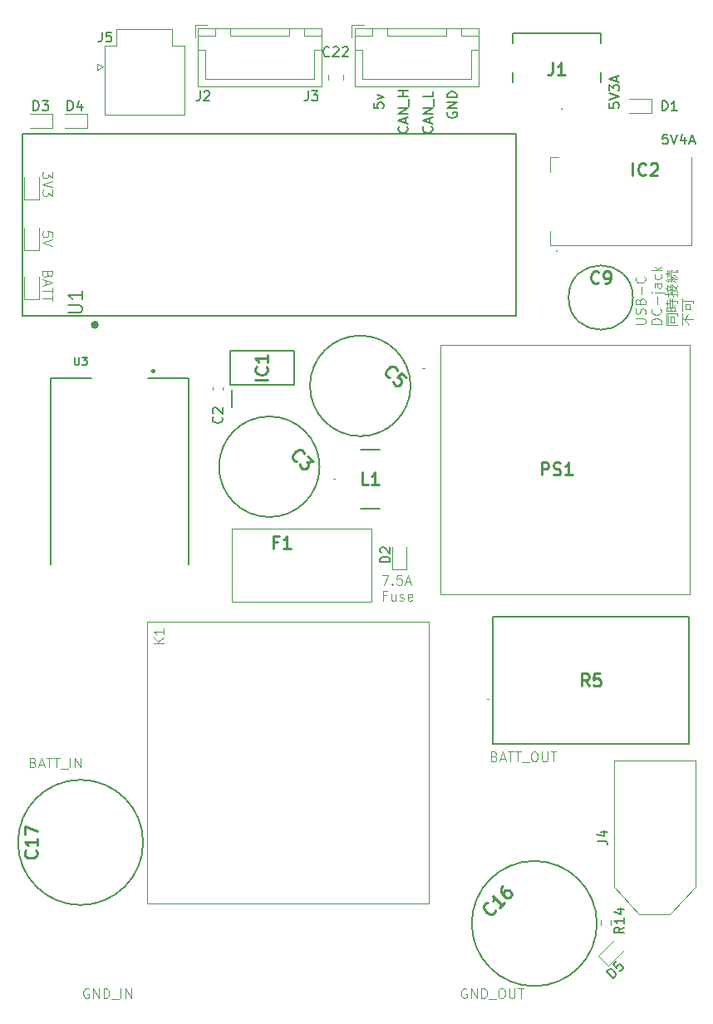
<source format=gto>
%TF.GenerationSoftware,KiCad,Pcbnew,8.0.4*%
%TF.CreationDate,2024-08-27T22:08:08+09:00*%
%TF.ProjectId,power_board2,706f7765-725f-4626-9f61-7264322e6b69,rev?*%
%TF.SameCoordinates,PX3473bc0PYa8cce40*%
%TF.FileFunction,Legend,Top*%
%TF.FilePolarity,Positive*%
%FSLAX46Y46*%
G04 Gerber Fmt 4.6, Leading zero omitted, Abs format (unit mm)*
G04 Created by KiCad (PCBNEW 8.0.4) date 2024-08-27 22:08:08*
%MOMM*%
%LPD*%
G01*
G04 APERTURE LIST*
%ADD10C,0.150000*%
%ADD11C,0.100000*%
%ADD12C,0.254000*%
%ADD13C,0.120000*%
%ADD14C,0.200000*%
%ADD15C,0.127000*%
%ADD16C,0.400000*%
%ADD17C,0.240000*%
G04 APERTURE END LIST*
D10*
X36369819Y91812970D02*
X36369819Y91336780D01*
X36369819Y91336780D02*
X36846009Y91289161D01*
X36846009Y91289161D02*
X36798390Y91336780D01*
X36798390Y91336780D02*
X36750771Y91432018D01*
X36750771Y91432018D02*
X36750771Y91670113D01*
X36750771Y91670113D02*
X36798390Y91765351D01*
X36798390Y91765351D02*
X36846009Y91812970D01*
X36846009Y91812970D02*
X36941247Y91860589D01*
X36941247Y91860589D02*
X37179342Y91860589D01*
X37179342Y91860589D02*
X37274580Y91812970D01*
X37274580Y91812970D02*
X37322200Y91765351D01*
X37322200Y91765351D02*
X37369819Y91670113D01*
X37369819Y91670113D02*
X37369819Y91432018D01*
X37369819Y91432018D02*
X37322200Y91336780D01*
X37322200Y91336780D02*
X37274580Y91289161D01*
X36703152Y92193923D02*
X37369819Y92432018D01*
X37369819Y92432018D02*
X36703152Y92670113D01*
X42274580Y89408208D02*
X42322200Y89360589D01*
X42322200Y89360589D02*
X42369819Y89217732D01*
X42369819Y89217732D02*
X42369819Y89122494D01*
X42369819Y89122494D02*
X42322200Y88979637D01*
X42322200Y88979637D02*
X42226961Y88884399D01*
X42226961Y88884399D02*
X42131723Y88836780D01*
X42131723Y88836780D02*
X41941247Y88789161D01*
X41941247Y88789161D02*
X41798390Y88789161D01*
X41798390Y88789161D02*
X41607914Y88836780D01*
X41607914Y88836780D02*
X41512676Y88884399D01*
X41512676Y88884399D02*
X41417438Y88979637D01*
X41417438Y88979637D02*
X41369819Y89122494D01*
X41369819Y89122494D02*
X41369819Y89217732D01*
X41369819Y89217732D02*
X41417438Y89360589D01*
X41417438Y89360589D02*
X41465057Y89408208D01*
X42084104Y89789161D02*
X42084104Y90265351D01*
X42369819Y89693923D02*
X41369819Y90027256D01*
X41369819Y90027256D02*
X42369819Y90360589D01*
X42369819Y90693923D02*
X41369819Y90693923D01*
X41369819Y90693923D02*
X42369819Y91265351D01*
X42369819Y91265351D02*
X41369819Y91265351D01*
X42465057Y91503446D02*
X42465057Y92265351D01*
X42369819Y92979637D02*
X42369819Y92503447D01*
X42369819Y92503447D02*
X41369819Y92503447D01*
D11*
X3627580Y84791354D02*
X3627580Y84172307D01*
X3627580Y84172307D02*
X3246628Y84505640D01*
X3246628Y84505640D02*
X3246628Y84362783D01*
X3246628Y84362783D02*
X3199009Y84267545D01*
X3199009Y84267545D02*
X3151390Y84219926D01*
X3151390Y84219926D02*
X3056152Y84172307D01*
X3056152Y84172307D02*
X2818057Y84172307D01*
X2818057Y84172307D02*
X2722819Y84219926D01*
X2722819Y84219926D02*
X2675200Y84267545D01*
X2675200Y84267545D02*
X2627580Y84362783D01*
X2627580Y84362783D02*
X2627580Y84648497D01*
X2627580Y84648497D02*
X2675200Y84743735D01*
X2675200Y84743735D02*
X2722819Y84791354D01*
X3627580Y83886592D02*
X2627580Y83553259D01*
X2627580Y83553259D02*
X3627580Y83219926D01*
X3627580Y82981830D02*
X3627580Y82362783D01*
X3627580Y82362783D02*
X3246628Y82696116D01*
X3246628Y82696116D02*
X3246628Y82553259D01*
X3246628Y82553259D02*
X3199009Y82458021D01*
X3199009Y82458021D02*
X3151390Y82410402D01*
X3151390Y82410402D02*
X3056152Y82362783D01*
X3056152Y82362783D02*
X2818057Y82362783D01*
X2818057Y82362783D02*
X2722819Y82410402D01*
X2722819Y82410402D02*
X2675200Y82458021D01*
X2675200Y82458021D02*
X2627580Y82553259D01*
X2627580Y82553259D02*
X2627580Y82838973D01*
X2627580Y82838973D02*
X2675200Y82934211D01*
X2675200Y82934211D02*
X2722819Y82981830D01*
D10*
X39774580Y89408208D02*
X39822200Y89360589D01*
X39822200Y89360589D02*
X39869819Y89217732D01*
X39869819Y89217732D02*
X39869819Y89122494D01*
X39869819Y89122494D02*
X39822200Y88979637D01*
X39822200Y88979637D02*
X39726961Y88884399D01*
X39726961Y88884399D02*
X39631723Y88836780D01*
X39631723Y88836780D02*
X39441247Y88789161D01*
X39441247Y88789161D02*
X39298390Y88789161D01*
X39298390Y88789161D02*
X39107914Y88836780D01*
X39107914Y88836780D02*
X39012676Y88884399D01*
X39012676Y88884399D02*
X38917438Y88979637D01*
X38917438Y88979637D02*
X38869819Y89122494D01*
X38869819Y89122494D02*
X38869819Y89217732D01*
X38869819Y89217732D02*
X38917438Y89360589D01*
X38917438Y89360589D02*
X38965057Y89408208D01*
X39584104Y89789161D02*
X39584104Y90265351D01*
X39869819Y89693923D02*
X38869819Y90027256D01*
X38869819Y90027256D02*
X39869819Y90360589D01*
X39869819Y90693923D02*
X38869819Y90693923D01*
X38869819Y90693923D02*
X39869819Y91265351D01*
X39869819Y91265351D02*
X38869819Y91265351D01*
X39965057Y91503446D02*
X39965057Y92265351D01*
X39869819Y92503447D02*
X38869819Y92503447D01*
X39346009Y92503447D02*
X39346009Y93074875D01*
X39869819Y93074875D02*
X38869819Y93074875D01*
D11*
X37208646Y43737525D02*
X37875312Y43737525D01*
X37875312Y43737525D02*
X37446741Y42737525D01*
X38256265Y42832764D02*
X38303884Y42785144D01*
X38303884Y42785144D02*
X38256265Y42737525D01*
X38256265Y42737525D02*
X38208646Y42785144D01*
X38208646Y42785144D02*
X38256265Y42832764D01*
X38256265Y42832764D02*
X38256265Y42737525D01*
X39208645Y43737525D02*
X38732455Y43737525D01*
X38732455Y43737525D02*
X38684836Y43261335D01*
X38684836Y43261335D02*
X38732455Y43308954D01*
X38732455Y43308954D02*
X38827693Y43356573D01*
X38827693Y43356573D02*
X39065788Y43356573D01*
X39065788Y43356573D02*
X39161026Y43308954D01*
X39161026Y43308954D02*
X39208645Y43261335D01*
X39208645Y43261335D02*
X39256264Y43166097D01*
X39256264Y43166097D02*
X39256264Y42928002D01*
X39256264Y42928002D02*
X39208645Y42832764D01*
X39208645Y42832764D02*
X39161026Y42785144D01*
X39161026Y42785144D02*
X39065788Y42737525D01*
X39065788Y42737525D02*
X38827693Y42737525D01*
X38827693Y42737525D02*
X38732455Y42785144D01*
X38732455Y42785144D02*
X38684836Y42832764D01*
X39637217Y43023240D02*
X40113407Y43023240D01*
X39541979Y42737525D02*
X39875312Y43737525D01*
X39875312Y43737525D02*
X40208645Y42737525D01*
X37637217Y41651391D02*
X37303884Y41651391D01*
X37303884Y41127581D02*
X37303884Y42127581D01*
X37303884Y42127581D02*
X37780074Y42127581D01*
X38589598Y41794248D02*
X38589598Y41127581D01*
X38161027Y41794248D02*
X38161027Y41270439D01*
X38161027Y41270439D02*
X38208646Y41175200D01*
X38208646Y41175200D02*
X38303884Y41127581D01*
X38303884Y41127581D02*
X38446741Y41127581D01*
X38446741Y41127581D02*
X38541979Y41175200D01*
X38541979Y41175200D02*
X38589598Y41222820D01*
X39018170Y41175200D02*
X39113408Y41127581D01*
X39113408Y41127581D02*
X39303884Y41127581D01*
X39303884Y41127581D02*
X39399122Y41175200D01*
X39399122Y41175200D02*
X39446741Y41270439D01*
X39446741Y41270439D02*
X39446741Y41318058D01*
X39446741Y41318058D02*
X39399122Y41413296D01*
X39399122Y41413296D02*
X39303884Y41460915D01*
X39303884Y41460915D02*
X39161027Y41460915D01*
X39161027Y41460915D02*
X39065789Y41508534D01*
X39065789Y41508534D02*
X39018170Y41603772D01*
X39018170Y41603772D02*
X39018170Y41651391D01*
X39018170Y41651391D02*
X39065789Y41746629D01*
X39065789Y41746629D02*
X39161027Y41794248D01*
X39161027Y41794248D02*
X39303884Y41794248D01*
X39303884Y41794248D02*
X39399122Y41746629D01*
X40256265Y41175200D02*
X40161027Y41127581D01*
X40161027Y41127581D02*
X39970551Y41127581D01*
X39970551Y41127581D02*
X39875313Y41175200D01*
X39875313Y41175200D02*
X39827694Y41270439D01*
X39827694Y41270439D02*
X39827694Y41651391D01*
X39827694Y41651391D02*
X39875313Y41746629D01*
X39875313Y41746629D02*
X39970551Y41794248D01*
X39970551Y41794248D02*
X40161027Y41794248D01*
X40161027Y41794248D02*
X40256265Y41746629D01*
X40256265Y41746629D02*
X40303884Y41651391D01*
X40303884Y41651391D02*
X40303884Y41556153D01*
X40303884Y41556153D02*
X39827694Y41460915D01*
X45827693Y1579962D02*
X45732455Y1627581D01*
X45732455Y1627581D02*
X45589598Y1627581D01*
X45589598Y1627581D02*
X45446741Y1579962D01*
X45446741Y1579962D02*
X45351503Y1484724D01*
X45351503Y1484724D02*
X45303884Y1389486D01*
X45303884Y1389486D02*
X45256265Y1199010D01*
X45256265Y1199010D02*
X45256265Y1056153D01*
X45256265Y1056153D02*
X45303884Y865677D01*
X45303884Y865677D02*
X45351503Y770439D01*
X45351503Y770439D02*
X45446741Y675200D01*
X45446741Y675200D02*
X45589598Y627581D01*
X45589598Y627581D02*
X45684836Y627581D01*
X45684836Y627581D02*
X45827693Y675200D01*
X45827693Y675200D02*
X45875312Y722820D01*
X45875312Y722820D02*
X45875312Y1056153D01*
X45875312Y1056153D02*
X45684836Y1056153D01*
X46303884Y627581D02*
X46303884Y1627581D01*
X46303884Y1627581D02*
X46875312Y627581D01*
X46875312Y627581D02*
X46875312Y1627581D01*
X47351503Y627581D02*
X47351503Y1627581D01*
X47351503Y1627581D02*
X47589598Y1627581D01*
X47589598Y1627581D02*
X47732455Y1579962D01*
X47732455Y1579962D02*
X47827693Y1484724D01*
X47827693Y1484724D02*
X47875312Y1389486D01*
X47875312Y1389486D02*
X47922931Y1199010D01*
X47922931Y1199010D02*
X47922931Y1056153D01*
X47922931Y1056153D02*
X47875312Y865677D01*
X47875312Y865677D02*
X47827693Y770439D01*
X47827693Y770439D02*
X47732455Y675200D01*
X47732455Y675200D02*
X47589598Y627581D01*
X47589598Y627581D02*
X47351503Y627581D01*
X48113408Y532343D02*
X48875312Y532343D01*
X49303884Y1627581D02*
X49494360Y1627581D01*
X49494360Y1627581D02*
X49589598Y1579962D01*
X49589598Y1579962D02*
X49684836Y1484724D01*
X49684836Y1484724D02*
X49732455Y1294248D01*
X49732455Y1294248D02*
X49732455Y960915D01*
X49732455Y960915D02*
X49684836Y770439D01*
X49684836Y770439D02*
X49589598Y675200D01*
X49589598Y675200D02*
X49494360Y627581D01*
X49494360Y627581D02*
X49303884Y627581D01*
X49303884Y627581D02*
X49208646Y675200D01*
X49208646Y675200D02*
X49113408Y770439D01*
X49113408Y770439D02*
X49065789Y960915D01*
X49065789Y960915D02*
X49065789Y1294248D01*
X49065789Y1294248D02*
X49113408Y1484724D01*
X49113408Y1484724D02*
X49208646Y1579962D01*
X49208646Y1579962D02*
X49303884Y1627581D01*
X50161027Y1627581D02*
X50161027Y818058D01*
X50161027Y818058D02*
X50208646Y722820D01*
X50208646Y722820D02*
X50256265Y675200D01*
X50256265Y675200D02*
X50351503Y627581D01*
X50351503Y627581D02*
X50541979Y627581D01*
X50541979Y627581D02*
X50637217Y675200D01*
X50637217Y675200D02*
X50684836Y722820D01*
X50684836Y722820D02*
X50732455Y818058D01*
X50732455Y818058D02*
X50732455Y1627581D01*
X51065789Y1627581D02*
X51637217Y1627581D01*
X51351503Y627581D02*
X51351503Y1627581D01*
X1637217Y24651391D02*
X1780074Y24603772D01*
X1780074Y24603772D02*
X1827693Y24556153D01*
X1827693Y24556153D02*
X1875312Y24460915D01*
X1875312Y24460915D02*
X1875312Y24318058D01*
X1875312Y24318058D02*
X1827693Y24222820D01*
X1827693Y24222820D02*
X1780074Y24175200D01*
X1780074Y24175200D02*
X1684836Y24127581D01*
X1684836Y24127581D02*
X1303884Y24127581D01*
X1303884Y24127581D02*
X1303884Y25127581D01*
X1303884Y25127581D02*
X1637217Y25127581D01*
X1637217Y25127581D02*
X1732455Y25079962D01*
X1732455Y25079962D02*
X1780074Y25032343D01*
X1780074Y25032343D02*
X1827693Y24937105D01*
X1827693Y24937105D02*
X1827693Y24841867D01*
X1827693Y24841867D02*
X1780074Y24746629D01*
X1780074Y24746629D02*
X1732455Y24699010D01*
X1732455Y24699010D02*
X1637217Y24651391D01*
X1637217Y24651391D02*
X1303884Y24651391D01*
X2256265Y24413296D02*
X2732455Y24413296D01*
X2161027Y24127581D02*
X2494360Y25127581D01*
X2494360Y25127581D02*
X2827693Y24127581D01*
X3018170Y25127581D02*
X3589598Y25127581D01*
X3303884Y24127581D02*
X3303884Y25127581D01*
X3780075Y25127581D02*
X4351503Y25127581D01*
X4065789Y24127581D02*
X4065789Y25127581D01*
X4446742Y24032343D02*
X5208646Y24032343D01*
X5446742Y24127581D02*
X5446742Y25127581D01*
X5922932Y24127581D02*
X5922932Y25127581D01*
X5922932Y25127581D02*
X6494360Y24127581D01*
X6494360Y24127581D02*
X6494360Y25127581D01*
X48637217Y25261335D02*
X48780074Y25213716D01*
X48780074Y25213716D02*
X48827693Y25166097D01*
X48827693Y25166097D02*
X48875312Y25070859D01*
X48875312Y25070859D02*
X48875312Y24928002D01*
X48875312Y24928002D02*
X48827693Y24832764D01*
X48827693Y24832764D02*
X48780074Y24785144D01*
X48780074Y24785144D02*
X48684836Y24737525D01*
X48684836Y24737525D02*
X48303884Y24737525D01*
X48303884Y24737525D02*
X48303884Y25737525D01*
X48303884Y25737525D02*
X48637217Y25737525D01*
X48637217Y25737525D02*
X48732455Y25689906D01*
X48732455Y25689906D02*
X48780074Y25642287D01*
X48780074Y25642287D02*
X48827693Y25547049D01*
X48827693Y25547049D02*
X48827693Y25451811D01*
X48827693Y25451811D02*
X48780074Y25356573D01*
X48780074Y25356573D02*
X48732455Y25308954D01*
X48732455Y25308954D02*
X48637217Y25261335D01*
X48637217Y25261335D02*
X48303884Y25261335D01*
X49256265Y25023240D02*
X49732455Y25023240D01*
X49161027Y24737525D02*
X49494360Y25737525D01*
X49494360Y25737525D02*
X49827693Y24737525D01*
X50018170Y25737525D02*
X50589598Y25737525D01*
X50303884Y24737525D02*
X50303884Y25737525D01*
X50780075Y25737525D02*
X51351503Y25737525D01*
X51065789Y24737525D02*
X51065789Y25737525D01*
X51446742Y24642287D02*
X52208646Y24642287D01*
X52637218Y25737525D02*
X52827694Y25737525D01*
X52827694Y25737525D02*
X52922932Y25689906D01*
X52922932Y25689906D02*
X53018170Y25594668D01*
X53018170Y25594668D02*
X53065789Y25404192D01*
X53065789Y25404192D02*
X53065789Y25070859D01*
X53065789Y25070859D02*
X53018170Y24880383D01*
X53018170Y24880383D02*
X52922932Y24785144D01*
X52922932Y24785144D02*
X52827694Y24737525D01*
X52827694Y24737525D02*
X52637218Y24737525D01*
X52637218Y24737525D02*
X52541980Y24785144D01*
X52541980Y24785144D02*
X52446742Y24880383D01*
X52446742Y24880383D02*
X52399123Y25070859D01*
X52399123Y25070859D02*
X52399123Y25404192D01*
X52399123Y25404192D02*
X52446742Y25594668D01*
X52446742Y25594668D02*
X52541980Y25689906D01*
X52541980Y25689906D02*
X52637218Y25737525D01*
X53494361Y25737525D02*
X53494361Y24928002D01*
X53494361Y24928002D02*
X53541980Y24832764D01*
X53541980Y24832764D02*
X53589599Y24785144D01*
X53589599Y24785144D02*
X53684837Y24737525D01*
X53684837Y24737525D02*
X53875313Y24737525D01*
X53875313Y24737525D02*
X53970551Y24785144D01*
X53970551Y24785144D02*
X54018170Y24832764D01*
X54018170Y24832764D02*
X54065789Y24928002D01*
X54065789Y24928002D02*
X54065789Y25737525D01*
X54399123Y25737525D02*
X54970551Y25737525D01*
X54684837Y24737525D02*
X54684837Y25737525D01*
X63042587Y69303885D02*
X63852110Y69303885D01*
X63852110Y69303885D02*
X63947348Y69351504D01*
X63947348Y69351504D02*
X63994968Y69399123D01*
X63994968Y69399123D02*
X64042587Y69494361D01*
X64042587Y69494361D02*
X64042587Y69684837D01*
X64042587Y69684837D02*
X63994968Y69780075D01*
X63994968Y69780075D02*
X63947348Y69827694D01*
X63947348Y69827694D02*
X63852110Y69875313D01*
X63852110Y69875313D02*
X63042587Y69875313D01*
X63994968Y70303885D02*
X64042587Y70446742D01*
X64042587Y70446742D02*
X64042587Y70684837D01*
X64042587Y70684837D02*
X63994968Y70780075D01*
X63994968Y70780075D02*
X63947348Y70827694D01*
X63947348Y70827694D02*
X63852110Y70875313D01*
X63852110Y70875313D02*
X63756872Y70875313D01*
X63756872Y70875313D02*
X63661634Y70827694D01*
X63661634Y70827694D02*
X63614015Y70780075D01*
X63614015Y70780075D02*
X63566396Y70684837D01*
X63566396Y70684837D02*
X63518777Y70494361D01*
X63518777Y70494361D02*
X63471158Y70399123D01*
X63471158Y70399123D02*
X63423539Y70351504D01*
X63423539Y70351504D02*
X63328301Y70303885D01*
X63328301Y70303885D02*
X63233063Y70303885D01*
X63233063Y70303885D02*
X63137825Y70351504D01*
X63137825Y70351504D02*
X63090206Y70399123D01*
X63090206Y70399123D02*
X63042587Y70494361D01*
X63042587Y70494361D02*
X63042587Y70732456D01*
X63042587Y70732456D02*
X63090206Y70875313D01*
X63518777Y71637218D02*
X63566396Y71780075D01*
X63566396Y71780075D02*
X63614015Y71827694D01*
X63614015Y71827694D02*
X63709253Y71875313D01*
X63709253Y71875313D02*
X63852110Y71875313D01*
X63852110Y71875313D02*
X63947348Y71827694D01*
X63947348Y71827694D02*
X63994968Y71780075D01*
X63994968Y71780075D02*
X64042587Y71684837D01*
X64042587Y71684837D02*
X64042587Y71303885D01*
X64042587Y71303885D02*
X63042587Y71303885D01*
X63042587Y71303885D02*
X63042587Y71637218D01*
X63042587Y71637218D02*
X63090206Y71732456D01*
X63090206Y71732456D02*
X63137825Y71780075D01*
X63137825Y71780075D02*
X63233063Y71827694D01*
X63233063Y71827694D02*
X63328301Y71827694D01*
X63328301Y71827694D02*
X63423539Y71780075D01*
X63423539Y71780075D02*
X63471158Y71732456D01*
X63471158Y71732456D02*
X63518777Y71637218D01*
X63518777Y71637218D02*
X63518777Y71303885D01*
X63661634Y72303885D02*
X63661634Y73065789D01*
X63947348Y74113408D02*
X63994968Y74065789D01*
X63994968Y74065789D02*
X64042587Y73922932D01*
X64042587Y73922932D02*
X64042587Y73827694D01*
X64042587Y73827694D02*
X63994968Y73684837D01*
X63994968Y73684837D02*
X63899729Y73589599D01*
X63899729Y73589599D02*
X63804491Y73541980D01*
X63804491Y73541980D02*
X63614015Y73494361D01*
X63614015Y73494361D02*
X63471158Y73494361D01*
X63471158Y73494361D02*
X63280682Y73541980D01*
X63280682Y73541980D02*
X63185444Y73589599D01*
X63185444Y73589599D02*
X63090206Y73684837D01*
X63090206Y73684837D02*
X63042587Y73827694D01*
X63042587Y73827694D02*
X63042587Y73922932D01*
X63042587Y73922932D02*
X63090206Y74065789D01*
X63090206Y74065789D02*
X63137825Y74113408D01*
X65652531Y69303885D02*
X64652531Y69303885D01*
X64652531Y69303885D02*
X64652531Y69541980D01*
X64652531Y69541980D02*
X64700150Y69684837D01*
X64700150Y69684837D02*
X64795388Y69780075D01*
X64795388Y69780075D02*
X64890626Y69827694D01*
X64890626Y69827694D02*
X65081102Y69875313D01*
X65081102Y69875313D02*
X65223959Y69875313D01*
X65223959Y69875313D02*
X65414435Y69827694D01*
X65414435Y69827694D02*
X65509673Y69780075D01*
X65509673Y69780075D02*
X65604912Y69684837D01*
X65604912Y69684837D02*
X65652531Y69541980D01*
X65652531Y69541980D02*
X65652531Y69303885D01*
X65557292Y70875313D02*
X65604912Y70827694D01*
X65604912Y70827694D02*
X65652531Y70684837D01*
X65652531Y70684837D02*
X65652531Y70589599D01*
X65652531Y70589599D02*
X65604912Y70446742D01*
X65604912Y70446742D02*
X65509673Y70351504D01*
X65509673Y70351504D02*
X65414435Y70303885D01*
X65414435Y70303885D02*
X65223959Y70256266D01*
X65223959Y70256266D02*
X65081102Y70256266D01*
X65081102Y70256266D02*
X64890626Y70303885D01*
X64890626Y70303885D02*
X64795388Y70351504D01*
X64795388Y70351504D02*
X64700150Y70446742D01*
X64700150Y70446742D02*
X64652531Y70589599D01*
X64652531Y70589599D02*
X64652531Y70684837D01*
X64652531Y70684837D02*
X64700150Y70827694D01*
X64700150Y70827694D02*
X64747769Y70875313D01*
X65271578Y71303885D02*
X65271578Y72065789D01*
X64985864Y72541980D02*
X65843007Y72541980D01*
X65843007Y72541980D02*
X65938245Y72494361D01*
X65938245Y72494361D02*
X65985864Y72399123D01*
X65985864Y72399123D02*
X65985864Y72351504D01*
X64652531Y72541980D02*
X64700150Y72494361D01*
X64700150Y72494361D02*
X64747769Y72541980D01*
X64747769Y72541980D02*
X64700150Y72589599D01*
X64700150Y72589599D02*
X64652531Y72541980D01*
X64652531Y72541980D02*
X64747769Y72541980D01*
X65652531Y73446741D02*
X65128721Y73446741D01*
X65128721Y73446741D02*
X65033483Y73399122D01*
X65033483Y73399122D02*
X64985864Y73303884D01*
X64985864Y73303884D02*
X64985864Y73113408D01*
X64985864Y73113408D02*
X65033483Y73018170D01*
X65604912Y73446741D02*
X65652531Y73351503D01*
X65652531Y73351503D02*
X65652531Y73113408D01*
X65652531Y73113408D02*
X65604912Y73018170D01*
X65604912Y73018170D02*
X65509673Y72970551D01*
X65509673Y72970551D02*
X65414435Y72970551D01*
X65414435Y72970551D02*
X65319197Y73018170D01*
X65319197Y73018170D02*
X65271578Y73113408D01*
X65271578Y73113408D02*
X65271578Y73351503D01*
X65271578Y73351503D02*
X65223959Y73446741D01*
X65604912Y74351503D02*
X65652531Y74256265D01*
X65652531Y74256265D02*
X65652531Y74065789D01*
X65652531Y74065789D02*
X65604912Y73970551D01*
X65604912Y73970551D02*
X65557292Y73922932D01*
X65557292Y73922932D02*
X65462054Y73875313D01*
X65462054Y73875313D02*
X65176340Y73875313D01*
X65176340Y73875313D02*
X65081102Y73922932D01*
X65081102Y73922932D02*
X65033483Y73970551D01*
X65033483Y73970551D02*
X64985864Y74065789D01*
X64985864Y74065789D02*
X64985864Y74256265D01*
X64985864Y74256265D02*
X65033483Y74351503D01*
X65652531Y74780075D02*
X64652531Y74780075D01*
X65271578Y74875313D02*
X65652531Y75161027D01*
X64985864Y75161027D02*
X65366816Y74780075D01*
X66405332Y69399123D02*
X66405332Y70161028D01*
X66976760Y69494361D02*
X66976760Y70065789D01*
X67262475Y70113409D02*
X67262475Y70399123D01*
X66214856Y69161028D02*
X67262475Y69161028D01*
X66643427Y69494361D02*
X67071998Y69494361D01*
X66643427Y69494361D02*
X66643427Y70065789D01*
X66643427Y70065789D02*
X66976760Y70065789D01*
X66214856Y69161028D02*
X66214856Y70399123D01*
X66214856Y70399123D02*
X67262475Y70399123D01*
X66310094Y71113408D02*
X66310094Y71780075D01*
X66548189Y71065789D02*
X66548189Y71875313D01*
X66595808Y70637218D02*
X66595808Y70970551D01*
X66786284Y71065789D02*
X66786284Y71875313D01*
X67024379Y70637218D02*
X67024379Y70970551D01*
X67262475Y71399122D02*
X67262475Y71637218D01*
X66214856Y70637218D02*
X67119617Y70637218D01*
X66214856Y70637218D02*
X66214856Y70970551D01*
X66214856Y70970551D02*
X67024379Y70970551D01*
X66119617Y71446741D02*
X66548189Y71446741D01*
X66548189Y71637218D02*
X67262475Y71637218D01*
X66929141Y71161027D02*
X67119617Y71351503D01*
X66262475Y72589598D02*
X66262475Y73303884D01*
X66405332Y72113408D02*
X66405332Y72494360D01*
X66595808Y72541979D02*
X66595808Y73351503D01*
X66786284Y72541979D02*
X66786284Y73351503D01*
X67262475Y72161027D02*
X67262475Y72351503D01*
X66119617Y72351503D02*
X67262475Y72351503D01*
X66119617Y72970550D02*
X66310094Y72970550D01*
X66310094Y73161027D02*
X66548189Y73113408D01*
X66357713Y72780074D02*
X66595808Y72827693D01*
X66595808Y72827693D02*
X67024379Y72684836D01*
X67024379Y72684836D02*
X67262475Y73303884D01*
X66738665Y72494360D02*
X66833903Y72113408D01*
X66786284Y73161027D02*
X67024379Y73065789D01*
X67024379Y73065789D02*
X67119617Y72970550D01*
X67119617Y72970550D02*
X67262475Y72541979D01*
X66262475Y74113407D02*
X66262475Y74827693D01*
X66452951Y74161026D02*
X66452951Y74732455D01*
X66738665Y73589598D02*
X66738665Y74018169D01*
X67262475Y74589598D02*
X67262475Y74827693D01*
X66691046Y73827693D02*
X67262475Y73827693D01*
X66119617Y74446740D02*
X66452951Y74446740D01*
X66786284Y74589598D02*
X67262475Y74589598D01*
X66643427Y74113407D02*
X66643427Y74780074D01*
X66643427Y74780074D02*
X66786284Y74780074D01*
X67119617Y74827693D02*
X67262475Y74827693D01*
X66357713Y73589598D02*
X66500570Y73780074D01*
X66500570Y73780074D02*
X66691046Y73637217D01*
X66833903Y74018169D02*
X67071998Y74018169D01*
X66548189Y73922931D02*
X66786284Y74018169D01*
X66119617Y73780074D02*
X66405332Y73684836D01*
X66262475Y73970550D02*
X66500570Y73780074D01*
X66881522Y73684836D02*
X67119617Y73589598D01*
X66643427Y74113407D02*
X66786284Y74113407D01*
X66833903Y74303883D02*
X67071998Y74303883D01*
X67071998Y74303883D02*
X67262475Y74065788D01*
X67824800Y69161028D02*
X67824800Y70399123D01*
X67967657Y69827694D02*
X68872419Y69827694D01*
X67920038Y69875313D02*
X68348609Y69446742D01*
X68348609Y69446742D02*
X68491466Y69161028D01*
X68158133Y69875313D02*
X68300990Y70256266D01*
X68300990Y70256266D02*
X68491466Y70399123D01*
X67824800Y70637218D02*
X67824800Y71875313D01*
X68539085Y70780075D02*
X68539085Y71351503D01*
X68872419Y71399122D02*
X68872419Y71684837D01*
X68110514Y70780075D02*
X68634323Y70780075D01*
X68110514Y70780075D02*
X68110514Y71351503D01*
X68110514Y71351503D02*
X68539085Y71351503D01*
X67824800Y71684837D02*
X68872419Y71684837D01*
X3151390Y74362783D02*
X3103771Y74219926D01*
X3103771Y74219926D02*
X3056152Y74172307D01*
X3056152Y74172307D02*
X2960914Y74124688D01*
X2960914Y74124688D02*
X2818057Y74124688D01*
X2818057Y74124688D02*
X2722819Y74172307D01*
X2722819Y74172307D02*
X2675200Y74219926D01*
X2675200Y74219926D02*
X2627580Y74315164D01*
X2627580Y74315164D02*
X2627580Y74696116D01*
X2627580Y74696116D02*
X3627580Y74696116D01*
X3627580Y74696116D02*
X3627580Y74362783D01*
X3627580Y74362783D02*
X3579961Y74267545D01*
X3579961Y74267545D02*
X3532342Y74219926D01*
X3532342Y74219926D02*
X3437104Y74172307D01*
X3437104Y74172307D02*
X3341866Y74172307D01*
X3341866Y74172307D02*
X3246628Y74219926D01*
X3246628Y74219926D02*
X3199009Y74267545D01*
X3199009Y74267545D02*
X3151390Y74362783D01*
X3151390Y74362783D02*
X3151390Y74696116D01*
X2913295Y73743735D02*
X2913295Y73267545D01*
X2627580Y73838973D02*
X3627580Y73505640D01*
X3627580Y73505640D02*
X2627580Y73172307D01*
X3627580Y72981830D02*
X3627580Y72410402D01*
X2627580Y72696116D02*
X3627580Y72696116D01*
X3627580Y72219925D02*
X3627580Y71648497D01*
X2627580Y71934211D02*
X3627580Y71934211D01*
D10*
X43917438Y90860589D02*
X43869819Y90765351D01*
X43869819Y90765351D02*
X43869819Y90622494D01*
X43869819Y90622494D02*
X43917438Y90479637D01*
X43917438Y90479637D02*
X44012676Y90384399D01*
X44012676Y90384399D02*
X44107914Y90336780D01*
X44107914Y90336780D02*
X44298390Y90289161D01*
X44298390Y90289161D02*
X44441247Y90289161D01*
X44441247Y90289161D02*
X44631723Y90336780D01*
X44631723Y90336780D02*
X44726961Y90384399D01*
X44726961Y90384399D02*
X44822200Y90479637D01*
X44822200Y90479637D02*
X44869819Y90622494D01*
X44869819Y90622494D02*
X44869819Y90717732D01*
X44869819Y90717732D02*
X44822200Y90860589D01*
X44822200Y90860589D02*
X44774580Y90908208D01*
X44774580Y90908208D02*
X44441247Y90908208D01*
X44441247Y90908208D02*
X44441247Y90717732D01*
X44869819Y91336780D02*
X43869819Y91336780D01*
X43869819Y91336780D02*
X44869819Y91908208D01*
X44869819Y91908208D02*
X43869819Y91908208D01*
X44869819Y92384399D02*
X43869819Y92384399D01*
X43869819Y92384399D02*
X43869819Y92622494D01*
X43869819Y92622494D02*
X43917438Y92765351D01*
X43917438Y92765351D02*
X44012676Y92860589D01*
X44012676Y92860589D02*
X44107914Y92908208D01*
X44107914Y92908208D02*
X44298390Y92955827D01*
X44298390Y92955827D02*
X44441247Y92955827D01*
X44441247Y92955827D02*
X44631723Y92908208D01*
X44631723Y92908208D02*
X44726961Y92860589D01*
X44726961Y92860589D02*
X44822200Y92765351D01*
X44822200Y92765351D02*
X44869819Y92622494D01*
X44869819Y92622494D02*
X44869819Y92384399D01*
D11*
X3627580Y78219926D02*
X3627580Y78696116D01*
X3627580Y78696116D02*
X3151390Y78743735D01*
X3151390Y78743735D02*
X3199009Y78696116D01*
X3199009Y78696116D02*
X3246628Y78600878D01*
X3246628Y78600878D02*
X3246628Y78362783D01*
X3246628Y78362783D02*
X3199009Y78267545D01*
X3199009Y78267545D02*
X3151390Y78219926D01*
X3151390Y78219926D02*
X3056152Y78172307D01*
X3056152Y78172307D02*
X2818057Y78172307D01*
X2818057Y78172307D02*
X2722819Y78219926D01*
X2722819Y78219926D02*
X2675200Y78267545D01*
X2675200Y78267545D02*
X2627580Y78362783D01*
X2627580Y78362783D02*
X2627580Y78600878D01*
X2627580Y78600878D02*
X2675200Y78696116D01*
X2675200Y78696116D02*
X2722819Y78743735D01*
X3627580Y77886592D02*
X2627580Y77553259D01*
X2627580Y77553259D02*
X3627580Y77219926D01*
D10*
X66312969Y88630181D02*
X65836779Y88630181D01*
X65836779Y88630181D02*
X65789160Y88153991D01*
X65789160Y88153991D02*
X65836779Y88201610D01*
X65836779Y88201610D02*
X65932017Y88249229D01*
X65932017Y88249229D02*
X66170112Y88249229D01*
X66170112Y88249229D02*
X66265350Y88201610D01*
X66265350Y88201610D02*
X66312969Y88153991D01*
X66312969Y88153991D02*
X66360588Y88058753D01*
X66360588Y88058753D02*
X66360588Y87820658D01*
X66360588Y87820658D02*
X66312969Y87725420D01*
X66312969Y87725420D02*
X66265350Y87677800D01*
X66265350Y87677800D02*
X66170112Y87630181D01*
X66170112Y87630181D02*
X65932017Y87630181D01*
X65932017Y87630181D02*
X65836779Y87677800D01*
X65836779Y87677800D02*
X65789160Y87725420D01*
X66646303Y88630181D02*
X66979636Y87630181D01*
X66979636Y87630181D02*
X67312969Y88630181D01*
X68074874Y88296848D02*
X68074874Y87630181D01*
X67836779Y88677800D02*
X67598684Y87963515D01*
X67598684Y87963515D02*
X68217731Y87963515D01*
X68551065Y87915896D02*
X69027255Y87915896D01*
X68455827Y87630181D02*
X68789160Y88630181D01*
X68789160Y88630181D02*
X69122493Y87630181D01*
X60369819Y91812970D02*
X60369819Y91336780D01*
X60369819Y91336780D02*
X60846009Y91289161D01*
X60846009Y91289161D02*
X60798390Y91336780D01*
X60798390Y91336780D02*
X60750771Y91432018D01*
X60750771Y91432018D02*
X60750771Y91670113D01*
X60750771Y91670113D02*
X60798390Y91765351D01*
X60798390Y91765351D02*
X60846009Y91812970D01*
X60846009Y91812970D02*
X60941247Y91860589D01*
X60941247Y91860589D02*
X61179342Y91860589D01*
X61179342Y91860589D02*
X61274580Y91812970D01*
X61274580Y91812970D02*
X61322200Y91765351D01*
X61322200Y91765351D02*
X61369819Y91670113D01*
X61369819Y91670113D02*
X61369819Y91432018D01*
X61369819Y91432018D02*
X61322200Y91336780D01*
X61322200Y91336780D02*
X61274580Y91289161D01*
X60369819Y92146304D02*
X61369819Y92479637D01*
X61369819Y92479637D02*
X60369819Y92812970D01*
X60369819Y93051066D02*
X60369819Y93670113D01*
X60369819Y93670113D02*
X60750771Y93336780D01*
X60750771Y93336780D02*
X60750771Y93479637D01*
X60750771Y93479637D02*
X60798390Y93574875D01*
X60798390Y93574875D02*
X60846009Y93622494D01*
X60846009Y93622494D02*
X60941247Y93670113D01*
X60941247Y93670113D02*
X61179342Y93670113D01*
X61179342Y93670113D02*
X61274580Y93622494D01*
X61274580Y93622494D02*
X61322200Y93574875D01*
X61322200Y93574875D02*
X61369819Y93479637D01*
X61369819Y93479637D02*
X61369819Y93193923D01*
X61369819Y93193923D02*
X61322200Y93098685D01*
X61322200Y93098685D02*
X61274580Y93051066D01*
X61084104Y94051066D02*
X61084104Y94527256D01*
X61369819Y93955828D02*
X60369819Y94289161D01*
X60369819Y94289161D02*
X61369819Y94622494D01*
D11*
X7327693Y1579962D02*
X7232455Y1627581D01*
X7232455Y1627581D02*
X7089598Y1627581D01*
X7089598Y1627581D02*
X6946741Y1579962D01*
X6946741Y1579962D02*
X6851503Y1484724D01*
X6851503Y1484724D02*
X6803884Y1389486D01*
X6803884Y1389486D02*
X6756265Y1199010D01*
X6756265Y1199010D02*
X6756265Y1056153D01*
X6756265Y1056153D02*
X6803884Y865677D01*
X6803884Y865677D02*
X6851503Y770439D01*
X6851503Y770439D02*
X6946741Y675200D01*
X6946741Y675200D02*
X7089598Y627581D01*
X7089598Y627581D02*
X7184836Y627581D01*
X7184836Y627581D02*
X7327693Y675200D01*
X7327693Y675200D02*
X7375312Y722820D01*
X7375312Y722820D02*
X7375312Y1056153D01*
X7375312Y1056153D02*
X7184836Y1056153D01*
X7803884Y627581D02*
X7803884Y1627581D01*
X7803884Y1627581D02*
X8375312Y627581D01*
X8375312Y627581D02*
X8375312Y1627581D01*
X8851503Y627581D02*
X8851503Y1627581D01*
X8851503Y1627581D02*
X9089598Y1627581D01*
X9089598Y1627581D02*
X9232455Y1579962D01*
X9232455Y1579962D02*
X9327693Y1484724D01*
X9327693Y1484724D02*
X9375312Y1389486D01*
X9375312Y1389486D02*
X9422931Y1199010D01*
X9422931Y1199010D02*
X9422931Y1056153D01*
X9422931Y1056153D02*
X9375312Y865677D01*
X9375312Y865677D02*
X9327693Y770439D01*
X9327693Y770439D02*
X9232455Y675200D01*
X9232455Y675200D02*
X9089598Y627581D01*
X9089598Y627581D02*
X8851503Y627581D01*
X9613408Y532343D02*
X10375312Y532343D01*
X10613408Y627581D02*
X10613408Y1627581D01*
X11089598Y627581D02*
X11089598Y1627581D01*
X11089598Y1627581D02*
X11661026Y627581D01*
X11661026Y627581D02*
X11661026Y1627581D01*
D12*
X62760237Y84425682D02*
X62760237Y85695682D01*
X64090714Y84546635D02*
X64030238Y84486158D01*
X64030238Y84486158D02*
X63848809Y84425682D01*
X63848809Y84425682D02*
X63727857Y84425682D01*
X63727857Y84425682D02*
X63546428Y84486158D01*
X63546428Y84486158D02*
X63425476Y84607111D01*
X63425476Y84607111D02*
X63364999Y84728063D01*
X63364999Y84728063D02*
X63304523Y84969968D01*
X63304523Y84969968D02*
X63304523Y85151397D01*
X63304523Y85151397D02*
X63364999Y85393301D01*
X63364999Y85393301D02*
X63425476Y85514254D01*
X63425476Y85514254D02*
X63546428Y85635206D01*
X63546428Y85635206D02*
X63727857Y85695682D01*
X63727857Y85695682D02*
X63848809Y85695682D01*
X63848809Y85695682D02*
X64030238Y85635206D01*
X64030238Y85635206D02*
X64090714Y85574730D01*
X64574523Y85574730D02*
X64634999Y85635206D01*
X64634999Y85635206D02*
X64755952Y85695682D01*
X64755952Y85695682D02*
X65058333Y85695682D01*
X65058333Y85695682D02*
X65179285Y85635206D01*
X65179285Y85635206D02*
X65239761Y85574730D01*
X65239761Y85574730D02*
X65300238Y85453778D01*
X65300238Y85453778D02*
X65300238Y85332825D01*
X65300238Y85332825D02*
X65239761Y85151397D01*
X65239761Y85151397D02*
X64514047Y84425682D01*
X64514047Y84425682D02*
X65300238Y84425682D01*
X38029750Y63829093D02*
X37944224Y63829093D01*
X37944224Y63829093D02*
X37773172Y63914620D01*
X37773172Y63914620D02*
X37687645Y64000146D01*
X37687645Y64000146D02*
X37602119Y64171198D01*
X37602119Y64171198D02*
X37602119Y64342251D01*
X37602119Y64342251D02*
X37644882Y64470540D01*
X37644882Y64470540D02*
X37773172Y64684356D01*
X37773172Y64684356D02*
X37901461Y64812645D01*
X37901461Y64812645D02*
X38115277Y64940935D01*
X38115277Y64940935D02*
X38243566Y64983698D01*
X38243566Y64983698D02*
X38414619Y64983698D01*
X38414619Y64983698D02*
X38585671Y64898172D01*
X38585671Y64898172D02*
X38671197Y64812645D01*
X38671197Y64812645D02*
X38756724Y64641593D01*
X38756724Y64641593D02*
X38756724Y64556067D01*
X39654749Y63829093D02*
X39227118Y64256725D01*
X39227118Y64256725D02*
X38756724Y63871857D01*
X38756724Y63871857D02*
X38842250Y63871857D01*
X38842250Y63871857D02*
X38970539Y63829093D01*
X38970539Y63829093D02*
X39184355Y63615278D01*
X39184355Y63615278D02*
X39227118Y63486988D01*
X39227118Y63486988D02*
X39227118Y63401462D01*
X39227118Y63401462D02*
X39184355Y63273173D01*
X39184355Y63273173D02*
X38970539Y63059357D01*
X38970539Y63059357D02*
X38842250Y63016594D01*
X38842250Y63016594D02*
X38756724Y63016594D01*
X38756724Y63016594D02*
X38628434Y63059357D01*
X38628434Y63059357D02*
X38414619Y63273173D01*
X38414619Y63273173D02*
X38371855Y63401462D01*
X38371855Y63401462D02*
X38371855Y63486988D01*
D10*
X31857142Y96640420D02*
X31809523Y96592800D01*
X31809523Y96592800D02*
X31666666Y96545181D01*
X31666666Y96545181D02*
X31571428Y96545181D01*
X31571428Y96545181D02*
X31428571Y96592800D01*
X31428571Y96592800D02*
X31333333Y96688039D01*
X31333333Y96688039D02*
X31285714Y96783277D01*
X31285714Y96783277D02*
X31238095Y96973753D01*
X31238095Y96973753D02*
X31238095Y97116610D01*
X31238095Y97116610D02*
X31285714Y97307086D01*
X31285714Y97307086D02*
X31333333Y97402324D01*
X31333333Y97402324D02*
X31428571Y97497562D01*
X31428571Y97497562D02*
X31571428Y97545181D01*
X31571428Y97545181D02*
X31666666Y97545181D01*
X31666666Y97545181D02*
X31809523Y97497562D01*
X31809523Y97497562D02*
X31857142Y97449943D01*
X32238095Y97449943D02*
X32285714Y97497562D01*
X32285714Y97497562D02*
X32380952Y97545181D01*
X32380952Y97545181D02*
X32619047Y97545181D01*
X32619047Y97545181D02*
X32714285Y97497562D01*
X32714285Y97497562D02*
X32761904Y97449943D01*
X32761904Y97449943D02*
X32809523Y97354705D01*
X32809523Y97354705D02*
X32809523Y97259467D01*
X32809523Y97259467D02*
X32761904Y97116610D01*
X32761904Y97116610D02*
X32190476Y96545181D01*
X32190476Y96545181D02*
X32809523Y96545181D01*
X33190476Y97449943D02*
X33238095Y97497562D01*
X33238095Y97497562D02*
X33333333Y97545181D01*
X33333333Y97545181D02*
X33571428Y97545181D01*
X33571428Y97545181D02*
X33666666Y97497562D01*
X33666666Y97497562D02*
X33714285Y97449943D01*
X33714285Y97449943D02*
X33761904Y97354705D01*
X33761904Y97354705D02*
X33761904Y97259467D01*
X33761904Y97259467D02*
X33714285Y97116610D01*
X33714285Y97116610D02*
X33142857Y96545181D01*
X33142857Y96545181D02*
X33761904Y96545181D01*
X38024819Y45049406D02*
X37024819Y45049406D01*
X37024819Y45049406D02*
X37024819Y45287501D01*
X37024819Y45287501D02*
X37072438Y45430358D01*
X37072438Y45430358D02*
X37167676Y45525596D01*
X37167676Y45525596D02*
X37262914Y45573215D01*
X37262914Y45573215D02*
X37453390Y45620834D01*
X37453390Y45620834D02*
X37596247Y45620834D01*
X37596247Y45620834D02*
X37786723Y45573215D01*
X37786723Y45573215D02*
X37881961Y45525596D01*
X37881961Y45525596D02*
X37977200Y45430358D01*
X37977200Y45430358D02*
X38024819Y45287501D01*
X38024819Y45287501D02*
X38024819Y45049406D01*
X37120057Y46001787D02*
X37072438Y46049406D01*
X37072438Y46049406D02*
X37024819Y46144644D01*
X37024819Y46144644D02*
X37024819Y46382739D01*
X37024819Y46382739D02*
X37072438Y46477977D01*
X37072438Y46477977D02*
X37120057Y46525596D01*
X37120057Y46525596D02*
X37215295Y46573215D01*
X37215295Y46573215D02*
X37310533Y46573215D01*
X37310533Y46573215D02*
X37453390Y46525596D01*
X37453390Y46525596D02*
X38024819Y45954168D01*
X38024819Y45954168D02*
X38024819Y46573215D01*
D12*
X25574318Y63610238D02*
X24304318Y63610238D01*
X25453365Y64940715D02*
X25513842Y64880239D01*
X25513842Y64880239D02*
X25574318Y64698810D01*
X25574318Y64698810D02*
X25574318Y64577858D01*
X25574318Y64577858D02*
X25513842Y64396429D01*
X25513842Y64396429D02*
X25392889Y64275477D01*
X25392889Y64275477D02*
X25271937Y64215000D01*
X25271937Y64215000D02*
X25030032Y64154524D01*
X25030032Y64154524D02*
X24848603Y64154524D01*
X24848603Y64154524D02*
X24606699Y64215000D01*
X24606699Y64215000D02*
X24485746Y64275477D01*
X24485746Y64275477D02*
X24364794Y64396429D01*
X24364794Y64396429D02*
X24304318Y64577858D01*
X24304318Y64577858D02*
X24304318Y64698810D01*
X24304318Y64698810D02*
X24364794Y64880239D01*
X24364794Y64880239D02*
X24425270Y64940715D01*
X25574318Y66150239D02*
X25574318Y65424524D01*
X25574318Y65787381D02*
X24304318Y65787381D01*
X24304318Y65787381D02*
X24485746Y65666429D01*
X24485746Y65666429D02*
X24606699Y65545477D01*
X24606699Y65545477D02*
X24667175Y65424524D01*
D10*
X1686905Y91045181D02*
X1686905Y92045181D01*
X1686905Y92045181D02*
X1925000Y92045181D01*
X1925000Y92045181D02*
X2067857Y91997562D01*
X2067857Y91997562D02*
X2163095Y91902324D01*
X2163095Y91902324D02*
X2210714Y91807086D01*
X2210714Y91807086D02*
X2258333Y91616610D01*
X2258333Y91616610D02*
X2258333Y91473753D01*
X2258333Y91473753D02*
X2210714Y91283277D01*
X2210714Y91283277D02*
X2163095Y91188039D01*
X2163095Y91188039D02*
X2067857Y91092800D01*
X2067857Y91092800D02*
X1925000Y91045181D01*
X1925000Y91045181D02*
X1686905Y91045181D01*
X2591667Y92045181D02*
X3210714Y92045181D01*
X3210714Y92045181D02*
X2877381Y91664229D01*
X2877381Y91664229D02*
X3020238Y91664229D01*
X3020238Y91664229D02*
X3115476Y91616610D01*
X3115476Y91616610D02*
X3163095Y91568991D01*
X3163095Y91568991D02*
X3210714Y91473753D01*
X3210714Y91473753D02*
X3210714Y91235658D01*
X3210714Y91235658D02*
X3163095Y91140420D01*
X3163095Y91140420D02*
X3115476Y91092800D01*
X3115476Y91092800D02*
X3020238Y91045181D01*
X3020238Y91045181D02*
X2734524Y91045181D01*
X2734524Y91045181D02*
X2639286Y91092800D01*
X2639286Y91092800D02*
X2591667Y91140420D01*
X59154819Y16666667D02*
X59869104Y16666667D01*
X59869104Y16666667D02*
X60011961Y16619048D01*
X60011961Y16619048D02*
X60107200Y16523810D01*
X60107200Y16523810D02*
X60154819Y16380953D01*
X60154819Y16380953D02*
X60154819Y16285715D01*
X59488152Y17571429D02*
X60154819Y17571429D01*
X59107200Y17333334D02*
X59821485Y17095239D01*
X59821485Y17095239D02*
X59821485Y17714286D01*
X60799693Y2656483D02*
X60092587Y3363590D01*
X60092587Y3363590D02*
X60260945Y3531949D01*
X60260945Y3531949D02*
X60395632Y3599292D01*
X60395632Y3599292D02*
X60530319Y3599292D01*
X60530319Y3599292D02*
X60631335Y3565620D01*
X60631335Y3565620D02*
X60799693Y3464605D01*
X60799693Y3464605D02*
X60900709Y3363590D01*
X60900709Y3363590D02*
X61001724Y3195231D01*
X61001724Y3195231D02*
X61035396Y3094216D01*
X61035396Y3094216D02*
X61035396Y2959529D01*
X61035396Y2959529D02*
X60968052Y2824842D01*
X60968052Y2824842D02*
X60799693Y2656483D01*
X61136411Y4407414D02*
X60799693Y4070697D01*
X60799693Y4070697D02*
X61102739Y3700307D01*
X61102739Y3700307D02*
X61102739Y3767651D01*
X61102739Y3767651D02*
X61136411Y3868666D01*
X61136411Y3868666D02*
X61304770Y4037025D01*
X61304770Y4037025D02*
X61405785Y4070697D01*
X61405785Y4070697D02*
X61473128Y4070697D01*
X61473128Y4070697D02*
X61574144Y4037025D01*
X61574144Y4037025D02*
X61742502Y3868666D01*
X61742502Y3868666D02*
X61776174Y3767651D01*
X61776174Y3767651D02*
X61776174Y3700307D01*
X61776174Y3700307D02*
X61742502Y3599292D01*
X61742502Y3599292D02*
X61574144Y3430933D01*
X61574144Y3430933D02*
X61473128Y3397262D01*
X61473128Y3397262D02*
X61405785Y3397262D01*
X18666666Y93045181D02*
X18666666Y92330896D01*
X18666666Y92330896D02*
X18619047Y92188039D01*
X18619047Y92188039D02*
X18523809Y92092800D01*
X18523809Y92092800D02*
X18380952Y92045181D01*
X18380952Y92045181D02*
X18285714Y92045181D01*
X19095238Y92949943D02*
X19142857Y92997562D01*
X19142857Y92997562D02*
X19238095Y93045181D01*
X19238095Y93045181D02*
X19476190Y93045181D01*
X19476190Y93045181D02*
X19571428Y92997562D01*
X19571428Y92997562D02*
X19619047Y92949943D01*
X19619047Y92949943D02*
X19666666Y92854705D01*
X19666666Y92854705D02*
X19666666Y92759467D01*
X19666666Y92759467D02*
X19619047Y92616610D01*
X19619047Y92616610D02*
X19047619Y92045181D01*
X19047619Y92045181D02*
X19666666Y92045181D01*
D12*
X54576667Y95920682D02*
X54576667Y95013539D01*
X54576667Y95013539D02*
X54516190Y94832111D01*
X54516190Y94832111D02*
X54395238Y94711158D01*
X54395238Y94711158D02*
X54213809Y94650682D01*
X54213809Y94650682D02*
X54092857Y94650682D01*
X55846667Y94650682D02*
X55120952Y94650682D01*
X55483809Y94650682D02*
X55483809Y95920682D01*
X55483809Y95920682D02*
X55362857Y95739254D01*
X55362857Y95739254D02*
X55241905Y95618301D01*
X55241905Y95618301D02*
X55120952Y95557825D01*
D10*
X5238588Y70431522D02*
X6373847Y70431522D01*
X6373847Y70431522D02*
X6507407Y70498302D01*
X6507407Y70498302D02*
X6574187Y70565082D01*
X6574187Y70565082D02*
X6640966Y70698642D01*
X6640966Y70698642D02*
X6640966Y70965761D01*
X6640966Y70965761D02*
X6574187Y71099321D01*
X6574187Y71099321D02*
X6507407Y71166101D01*
X6507407Y71166101D02*
X6373847Y71232881D01*
X6373847Y71232881D02*
X5238588Y71232881D01*
X6640966Y72635259D02*
X6640966Y71833900D01*
X6640966Y72234580D02*
X5238588Y72234580D01*
X5238588Y72234580D02*
X5438928Y72101020D01*
X5438928Y72101020D02*
X5572488Y71967460D01*
X5572488Y71967460D02*
X5639268Y71833900D01*
D12*
X1953365Y15683572D02*
X2013842Y15623096D01*
X2013842Y15623096D02*
X2074318Y15441667D01*
X2074318Y15441667D02*
X2074318Y15320715D01*
X2074318Y15320715D02*
X2013842Y15139286D01*
X2013842Y15139286D02*
X1892889Y15018334D01*
X1892889Y15018334D02*
X1771937Y14957857D01*
X1771937Y14957857D02*
X1530032Y14897381D01*
X1530032Y14897381D02*
X1348603Y14897381D01*
X1348603Y14897381D02*
X1106699Y14957857D01*
X1106699Y14957857D02*
X985746Y15018334D01*
X985746Y15018334D02*
X864794Y15139286D01*
X864794Y15139286D02*
X804318Y15320715D01*
X804318Y15320715D02*
X804318Y15441667D01*
X804318Y15441667D02*
X864794Y15623096D01*
X864794Y15623096D02*
X925270Y15683572D01*
X2074318Y16893096D02*
X2074318Y16167381D01*
X2074318Y16530238D02*
X804318Y16530238D01*
X804318Y16530238D02*
X985746Y16409286D01*
X985746Y16409286D02*
X1106699Y16288334D01*
X1106699Y16288334D02*
X1167175Y16167381D01*
X804318Y17316429D02*
X804318Y18163096D01*
X804318Y18163096D02*
X2074318Y17618810D01*
X48743275Y9602120D02*
X48743275Y9516594D01*
X48743275Y9516594D02*
X48657749Y9345541D01*
X48657749Y9345541D02*
X48572223Y9260015D01*
X48572223Y9260015D02*
X48401170Y9174489D01*
X48401170Y9174489D02*
X48230118Y9174489D01*
X48230118Y9174489D02*
X48101828Y9217252D01*
X48101828Y9217252D02*
X47888013Y9345541D01*
X47888013Y9345541D02*
X47759723Y9473831D01*
X47759723Y9473831D02*
X47631434Y9687646D01*
X47631434Y9687646D02*
X47588671Y9815936D01*
X47588671Y9815936D02*
X47588671Y9986988D01*
X47588671Y9986988D02*
X47674197Y10158041D01*
X47674197Y10158041D02*
X47759723Y10243567D01*
X47759723Y10243567D02*
X47930776Y10329093D01*
X47930776Y10329093D02*
X48016302Y10329093D01*
X49684064Y10371856D02*
X49170906Y9858699D01*
X49427485Y10115278D02*
X48529460Y11013303D01*
X48529460Y11013303D02*
X48572223Y10799488D01*
X48572223Y10799488D02*
X48572223Y10628435D01*
X48572223Y10628435D02*
X48529460Y10500146D01*
X49555775Y12039618D02*
X49384722Y11868566D01*
X49384722Y11868566D02*
X49341959Y11740277D01*
X49341959Y11740277D02*
X49341959Y11654750D01*
X49341959Y11654750D02*
X49384722Y11440935D01*
X49384722Y11440935D02*
X49513012Y11227119D01*
X49513012Y11227119D02*
X49855117Y10885014D01*
X49855117Y10885014D02*
X49983406Y10842251D01*
X49983406Y10842251D02*
X50068932Y10842251D01*
X50068932Y10842251D02*
X50197222Y10885014D01*
X50197222Y10885014D02*
X50368274Y11056067D01*
X50368274Y11056067D02*
X50411037Y11184356D01*
X50411037Y11184356D02*
X50411037Y11269882D01*
X50411037Y11269882D02*
X50368274Y11398172D01*
X50368274Y11398172D02*
X50154458Y11611987D01*
X50154458Y11611987D02*
X50026169Y11654750D01*
X50026169Y11654750D02*
X49940643Y11654750D01*
X49940643Y11654750D02*
X49812353Y11611987D01*
X49812353Y11611987D02*
X49641301Y11440935D01*
X49641301Y11440935D02*
X49598538Y11312645D01*
X49598538Y11312645D02*
X49598538Y11227119D01*
X49598538Y11227119D02*
X49641301Y11098830D01*
D10*
X20859580Y59833334D02*
X20907200Y59785715D01*
X20907200Y59785715D02*
X20954819Y59642858D01*
X20954819Y59642858D02*
X20954819Y59547620D01*
X20954819Y59547620D02*
X20907200Y59404763D01*
X20907200Y59404763D02*
X20811961Y59309525D01*
X20811961Y59309525D02*
X20716723Y59261906D01*
X20716723Y59261906D02*
X20526247Y59214287D01*
X20526247Y59214287D02*
X20383390Y59214287D01*
X20383390Y59214287D02*
X20192914Y59261906D01*
X20192914Y59261906D02*
X20097676Y59309525D01*
X20097676Y59309525D02*
X20002438Y59404763D01*
X20002438Y59404763D02*
X19954819Y59547620D01*
X19954819Y59547620D02*
X19954819Y59642858D01*
X19954819Y59642858D02*
X20002438Y59785715D01*
X20002438Y59785715D02*
X20050057Y59833334D01*
X20050057Y60214287D02*
X20002438Y60261906D01*
X20002438Y60261906D02*
X19954819Y60357144D01*
X19954819Y60357144D02*
X19954819Y60595239D01*
X19954819Y60595239D02*
X20002438Y60690477D01*
X20002438Y60690477D02*
X20050057Y60738096D01*
X20050057Y60738096D02*
X20145295Y60785715D01*
X20145295Y60785715D02*
X20240533Y60785715D01*
X20240533Y60785715D02*
X20383390Y60738096D01*
X20383390Y60738096D02*
X20954819Y60166668D01*
X20954819Y60166668D02*
X20954819Y60785715D01*
D12*
X53457856Y53925682D02*
X53457856Y55195682D01*
X53457856Y55195682D02*
X53941666Y55195682D01*
X53941666Y55195682D02*
X54062618Y55135206D01*
X54062618Y55135206D02*
X54123095Y55074730D01*
X54123095Y55074730D02*
X54183571Y54953778D01*
X54183571Y54953778D02*
X54183571Y54772349D01*
X54183571Y54772349D02*
X54123095Y54651397D01*
X54123095Y54651397D02*
X54062618Y54590920D01*
X54062618Y54590920D02*
X53941666Y54530444D01*
X53941666Y54530444D02*
X53457856Y54530444D01*
X54667380Y53986158D02*
X54848809Y53925682D01*
X54848809Y53925682D02*
X55151190Y53925682D01*
X55151190Y53925682D02*
X55272142Y53986158D01*
X55272142Y53986158D02*
X55332618Y54046635D01*
X55332618Y54046635D02*
X55393095Y54167587D01*
X55393095Y54167587D02*
X55393095Y54288539D01*
X55393095Y54288539D02*
X55332618Y54409492D01*
X55332618Y54409492D02*
X55272142Y54469968D01*
X55272142Y54469968D02*
X55151190Y54530444D01*
X55151190Y54530444D02*
X54909285Y54590920D01*
X54909285Y54590920D02*
X54788333Y54651397D01*
X54788333Y54651397D02*
X54727856Y54711873D01*
X54727856Y54711873D02*
X54667380Y54832825D01*
X54667380Y54832825D02*
X54667380Y54953778D01*
X54667380Y54953778D02*
X54727856Y55074730D01*
X54727856Y55074730D02*
X54788333Y55135206D01*
X54788333Y55135206D02*
X54909285Y55195682D01*
X54909285Y55195682D02*
X55211666Y55195682D01*
X55211666Y55195682D02*
X55393095Y55135206D01*
X56602619Y53925682D02*
X55876904Y53925682D01*
X56239761Y53925682D02*
X56239761Y55195682D01*
X56239761Y55195682D02*
X56118809Y55014254D01*
X56118809Y55014254D02*
X55997857Y54893301D01*
X55997857Y54893301D02*
X55876904Y54832825D01*
D10*
X5186905Y91045181D02*
X5186905Y92045181D01*
X5186905Y92045181D02*
X5425000Y92045181D01*
X5425000Y92045181D02*
X5567857Y91997562D01*
X5567857Y91997562D02*
X5663095Y91902324D01*
X5663095Y91902324D02*
X5710714Y91807086D01*
X5710714Y91807086D02*
X5758333Y91616610D01*
X5758333Y91616610D02*
X5758333Y91473753D01*
X5758333Y91473753D02*
X5710714Y91283277D01*
X5710714Y91283277D02*
X5663095Y91188039D01*
X5663095Y91188039D02*
X5567857Y91092800D01*
X5567857Y91092800D02*
X5425000Y91045181D01*
X5425000Y91045181D02*
X5186905Y91045181D01*
X6615476Y91711848D02*
X6615476Y91045181D01*
X6377381Y92092800D02*
X6139286Y91378515D01*
X6139286Y91378515D02*
X6758333Y91378515D01*
D12*
X59288333Y73546635D02*
X59227857Y73486158D01*
X59227857Y73486158D02*
X59046428Y73425682D01*
X59046428Y73425682D02*
X58925476Y73425682D01*
X58925476Y73425682D02*
X58744047Y73486158D01*
X58744047Y73486158D02*
X58623095Y73607111D01*
X58623095Y73607111D02*
X58562618Y73728063D01*
X58562618Y73728063D02*
X58502142Y73969968D01*
X58502142Y73969968D02*
X58502142Y74151397D01*
X58502142Y74151397D02*
X58562618Y74393301D01*
X58562618Y74393301D02*
X58623095Y74514254D01*
X58623095Y74514254D02*
X58744047Y74635206D01*
X58744047Y74635206D02*
X58925476Y74695682D01*
X58925476Y74695682D02*
X59046428Y74695682D01*
X59046428Y74695682D02*
X59227857Y74635206D01*
X59227857Y74635206D02*
X59288333Y74574730D01*
X59893095Y73425682D02*
X60134999Y73425682D01*
X60134999Y73425682D02*
X60255952Y73486158D01*
X60255952Y73486158D02*
X60316428Y73546635D01*
X60316428Y73546635D02*
X60437380Y73728063D01*
X60437380Y73728063D02*
X60497857Y73969968D01*
X60497857Y73969968D02*
X60497857Y74453778D01*
X60497857Y74453778D02*
X60437380Y74574730D01*
X60437380Y74574730D02*
X60376904Y74635206D01*
X60376904Y74635206D02*
X60255952Y74695682D01*
X60255952Y74695682D02*
X60014047Y74695682D01*
X60014047Y74695682D02*
X59893095Y74635206D01*
X59893095Y74635206D02*
X59832618Y74574730D01*
X59832618Y74574730D02*
X59772142Y74453778D01*
X59772142Y74453778D02*
X59772142Y74151397D01*
X59772142Y74151397D02*
X59832618Y74030444D01*
X59832618Y74030444D02*
X59893095Y73969968D01*
X59893095Y73969968D02*
X60014047Y73909492D01*
X60014047Y73909492D02*
X60255952Y73909492D01*
X60255952Y73909492D02*
X60376904Y73969968D01*
X60376904Y73969968D02*
X60437380Y74030444D01*
X60437380Y74030444D02*
X60497857Y74151397D01*
D11*
X14957419Y36761906D02*
X13957419Y36761906D01*
X14957419Y37333334D02*
X14385990Y36904763D01*
X13957419Y37333334D02*
X14528847Y36761906D01*
X14957419Y38285715D02*
X14957419Y37714287D01*
X14957419Y38000001D02*
X13957419Y38000001D01*
X13957419Y38000001D02*
X14100276Y37904763D01*
X14100276Y37904763D02*
X14195514Y37809525D01*
X14195514Y37809525D02*
X14243133Y37714287D01*
D10*
X8666666Y99045181D02*
X8666666Y98330896D01*
X8666666Y98330896D02*
X8619047Y98188039D01*
X8619047Y98188039D02*
X8523809Y98092800D01*
X8523809Y98092800D02*
X8380952Y98045181D01*
X8380952Y98045181D02*
X8285714Y98045181D01*
X9619047Y99045181D02*
X9142857Y99045181D01*
X9142857Y99045181D02*
X9095238Y98568991D01*
X9095238Y98568991D02*
X9142857Y98616610D01*
X9142857Y98616610D02*
X9238095Y98664229D01*
X9238095Y98664229D02*
X9476190Y98664229D01*
X9476190Y98664229D02*
X9571428Y98616610D01*
X9571428Y98616610D02*
X9619047Y98568991D01*
X9619047Y98568991D02*
X9666666Y98473753D01*
X9666666Y98473753D02*
X9666666Y98235658D01*
X9666666Y98235658D02*
X9619047Y98140420D01*
X9619047Y98140420D02*
X9571428Y98092800D01*
X9571428Y98092800D02*
X9476190Y98045181D01*
X9476190Y98045181D02*
X9238095Y98045181D01*
X9238095Y98045181D02*
X9142857Y98092800D01*
X9142857Y98092800D02*
X9095238Y98140420D01*
D12*
X28529750Y55329093D02*
X28444224Y55329093D01*
X28444224Y55329093D02*
X28273172Y55414620D01*
X28273172Y55414620D02*
X28187645Y55500146D01*
X28187645Y55500146D02*
X28102119Y55671198D01*
X28102119Y55671198D02*
X28102119Y55842251D01*
X28102119Y55842251D02*
X28144882Y55970540D01*
X28144882Y55970540D02*
X28273172Y56184356D01*
X28273172Y56184356D02*
X28401461Y56312645D01*
X28401461Y56312645D02*
X28615277Y56440935D01*
X28615277Y56440935D02*
X28743566Y56483698D01*
X28743566Y56483698D02*
X28914619Y56483698D01*
X28914619Y56483698D02*
X29085671Y56398172D01*
X29085671Y56398172D02*
X29171197Y56312645D01*
X29171197Y56312645D02*
X29256724Y56141593D01*
X29256724Y56141593D02*
X29256724Y56056067D01*
X29641592Y55842251D02*
X30197512Y55286330D01*
X30197512Y55286330D02*
X29556065Y55243567D01*
X29556065Y55243567D02*
X29684355Y55115278D01*
X29684355Y55115278D02*
X29727118Y54986988D01*
X29727118Y54986988D02*
X29727118Y54901462D01*
X29727118Y54901462D02*
X29684355Y54773173D01*
X29684355Y54773173D02*
X29470539Y54559357D01*
X29470539Y54559357D02*
X29342250Y54516594D01*
X29342250Y54516594D02*
X29256724Y54516594D01*
X29256724Y54516594D02*
X29128434Y54559357D01*
X29128434Y54559357D02*
X28871855Y54815936D01*
X28871855Y54815936D02*
X28829092Y54944225D01*
X28829092Y54944225D02*
X28829092Y55029752D01*
D10*
X29666666Y93045181D02*
X29666666Y92330896D01*
X29666666Y92330896D02*
X29619047Y92188039D01*
X29619047Y92188039D02*
X29523809Y92092800D01*
X29523809Y92092800D02*
X29380952Y92045181D01*
X29380952Y92045181D02*
X29285714Y92045181D01*
X30047619Y93045181D02*
X30666666Y93045181D01*
X30666666Y93045181D02*
X30333333Y92664229D01*
X30333333Y92664229D02*
X30476190Y92664229D01*
X30476190Y92664229D02*
X30571428Y92616610D01*
X30571428Y92616610D02*
X30619047Y92568991D01*
X30619047Y92568991D02*
X30666666Y92473753D01*
X30666666Y92473753D02*
X30666666Y92235658D01*
X30666666Y92235658D02*
X30619047Y92140420D01*
X30619047Y92140420D02*
X30571428Y92092800D01*
X30571428Y92092800D02*
X30476190Y92045181D01*
X30476190Y92045181D02*
X30190476Y92045181D01*
X30190476Y92045181D02*
X30095238Y92092800D01*
X30095238Y92092800D02*
X30047619Y92140420D01*
X65761905Y91045181D02*
X65761905Y92045181D01*
X65761905Y92045181D02*
X66000000Y92045181D01*
X66000000Y92045181D02*
X66142857Y91997562D01*
X66142857Y91997562D02*
X66238095Y91902324D01*
X66238095Y91902324D02*
X66285714Y91807086D01*
X66285714Y91807086D02*
X66333333Y91616610D01*
X66333333Y91616610D02*
X66333333Y91473753D01*
X66333333Y91473753D02*
X66285714Y91283277D01*
X66285714Y91283277D02*
X66238095Y91188039D01*
X66238095Y91188039D02*
X66142857Y91092800D01*
X66142857Y91092800D02*
X66000000Y91045181D01*
X66000000Y91045181D02*
X65761905Y91045181D01*
X67285714Y91045181D02*
X66714286Y91045181D01*
X67000000Y91045181D02*
X67000000Y92045181D01*
X67000000Y92045181D02*
X66904762Y91902324D01*
X66904762Y91902324D02*
X66809524Y91807086D01*
X66809524Y91807086D02*
X66714286Y91759467D01*
X5890338Y65937802D02*
X5890338Y65290036D01*
X5890338Y65290036D02*
X5928442Y65213828D01*
X5928442Y65213828D02*
X5966546Y65175724D01*
X5966546Y65175724D02*
X6042753Y65137621D01*
X6042753Y65137621D02*
X6195169Y65137621D01*
X6195169Y65137621D02*
X6271376Y65175724D01*
X6271376Y65175724D02*
X6309480Y65213828D01*
X6309480Y65213828D02*
X6347584Y65290036D01*
X6347584Y65290036D02*
X6347584Y65937802D01*
X6652415Y65937802D02*
X7147765Y65937802D01*
X7147765Y65937802D02*
X6881038Y65632971D01*
X6881038Y65632971D02*
X6995350Y65632971D01*
X6995350Y65632971D02*
X7071558Y65594867D01*
X7071558Y65594867D02*
X7109661Y65556763D01*
X7109661Y65556763D02*
X7147765Y65480555D01*
X7147765Y65480555D02*
X7147765Y65290036D01*
X7147765Y65290036D02*
X7109661Y65213828D01*
X7109661Y65213828D02*
X7071558Y65175724D01*
X7071558Y65175724D02*
X6995350Y65137621D01*
X6995350Y65137621D02*
X6766727Y65137621D01*
X6766727Y65137621D02*
X6690519Y65175724D01*
X6690519Y65175724D02*
X6652415Y65213828D01*
D12*
X26576667Y47090920D02*
X26153333Y47090920D01*
X26153333Y46425682D02*
X26153333Y47695682D01*
X26153333Y47695682D02*
X26758095Y47695682D01*
X27907143Y46425682D02*
X27181428Y46425682D01*
X27544285Y46425682D02*
X27544285Y47695682D01*
X27544285Y47695682D02*
X27423333Y47514254D01*
X27423333Y47514254D02*
X27302381Y47393301D01*
X27302381Y47393301D02*
X27181428Y47332825D01*
X58288333Y32425682D02*
X57864999Y33030444D01*
X57562618Y32425682D02*
X57562618Y33695682D01*
X57562618Y33695682D02*
X58046428Y33695682D01*
X58046428Y33695682D02*
X58167380Y33635206D01*
X58167380Y33635206D02*
X58227857Y33574730D01*
X58227857Y33574730D02*
X58288333Y33453778D01*
X58288333Y33453778D02*
X58288333Y33272349D01*
X58288333Y33272349D02*
X58227857Y33151397D01*
X58227857Y33151397D02*
X58167380Y33090920D01*
X58167380Y33090920D02*
X58046428Y33030444D01*
X58046428Y33030444D02*
X57562618Y33030444D01*
X59437380Y33695682D02*
X58832618Y33695682D01*
X58832618Y33695682D02*
X58772142Y33090920D01*
X58772142Y33090920D02*
X58832618Y33151397D01*
X58832618Y33151397D02*
X58953571Y33211873D01*
X58953571Y33211873D02*
X59255952Y33211873D01*
X59255952Y33211873D02*
X59376904Y33151397D01*
X59376904Y33151397D02*
X59437380Y33090920D01*
X59437380Y33090920D02*
X59497857Y32969968D01*
X59497857Y32969968D02*
X59497857Y32667587D01*
X59497857Y32667587D02*
X59437380Y32546635D01*
X59437380Y32546635D02*
X59376904Y32486158D01*
X59376904Y32486158D02*
X59255952Y32425682D01*
X59255952Y32425682D02*
X58953571Y32425682D01*
X58953571Y32425682D02*
X58832618Y32486158D01*
X58832618Y32486158D02*
X58772142Y32546635D01*
X35788333Y52925682D02*
X35183571Y52925682D01*
X35183571Y52925682D02*
X35183571Y54195682D01*
X36876905Y52925682D02*
X36151190Y52925682D01*
X36514047Y52925682D02*
X36514047Y54195682D01*
X36514047Y54195682D02*
X36393095Y54014254D01*
X36393095Y54014254D02*
X36272143Y53893301D01*
X36272143Y53893301D02*
X36151190Y53832825D01*
D10*
X61884819Y7857143D02*
X61408628Y7523810D01*
X61884819Y7285715D02*
X60884819Y7285715D01*
X60884819Y7285715D02*
X60884819Y7666667D01*
X60884819Y7666667D02*
X60932438Y7761905D01*
X60932438Y7761905D02*
X60980057Y7809524D01*
X60980057Y7809524D02*
X61075295Y7857143D01*
X61075295Y7857143D02*
X61218152Y7857143D01*
X61218152Y7857143D02*
X61313390Y7809524D01*
X61313390Y7809524D02*
X61361009Y7761905D01*
X61361009Y7761905D02*
X61408628Y7666667D01*
X61408628Y7666667D02*
X61408628Y7285715D01*
X61884819Y8809524D02*
X61884819Y8238096D01*
X61884819Y8523810D02*
X60884819Y8523810D01*
X60884819Y8523810D02*
X61027676Y8428572D01*
X61027676Y8428572D02*
X61122914Y8333334D01*
X61122914Y8333334D02*
X61170533Y8238096D01*
X61218152Y9666667D02*
X61884819Y9666667D01*
X60837200Y9428572D02*
X61551485Y9190477D01*
X61551485Y9190477D02*
X61551485Y9809524D01*
D11*
X54315000Y86300000D02*
X54315000Y84800000D01*
X54315000Y77300000D02*
X54315000Y78800000D01*
X55015000Y76800000D02*
X55015000Y76800000D01*
X55015000Y76700000D02*
X55015000Y76700000D01*
X55215000Y86300000D02*
X54315000Y86300000D01*
X68715000Y86300000D02*
X68715000Y77300000D01*
X68715000Y77300000D02*
X54315000Y77300000D01*
X55015000Y76800000D02*
G75*
G02*
X55015000Y76700000I0J-50000D01*
G01*
X55015000Y76700000D02*
G75*
G02*
X55015000Y76800000I0J50000D01*
G01*
D13*
X765000Y84237500D02*
X765000Y81952500D01*
X765000Y81952500D02*
X2235000Y81952500D01*
X2235000Y81952500D02*
X2235000Y84237500D01*
D14*
X40125000Y63000000D02*
G75*
G02*
X29875000Y63000000I-5125000J0D01*
G01*
X29875000Y63000000D02*
G75*
G02*
X40125000Y63000000I5125000J0D01*
G01*
D13*
X31765000Y94711252D02*
X31765000Y94188748D01*
X33235000Y94711252D02*
X33235000Y94188748D01*
X38265000Y46587500D02*
X38265000Y44302500D01*
X38265000Y44302500D02*
X39735000Y44302500D01*
X39735000Y44302500D02*
X39735000Y46587500D01*
D14*
X21750000Y66600000D02*
X28250000Y66600000D01*
X21750000Y63100000D02*
X21750000Y66600000D01*
X21875000Y60825000D02*
X21875000Y62575000D01*
X28250000Y66600000D02*
X28250000Y63100000D01*
X28250000Y63100000D02*
X21750000Y63100000D01*
D13*
X1337500Y89265000D02*
X3622500Y89265000D01*
X3622500Y90735000D02*
X1337500Y90735000D01*
X3622500Y89265000D02*
X3622500Y90735000D01*
X60850000Y24850000D02*
X60850000Y12000000D01*
X60850000Y12000000D02*
X63400000Y9150000D01*
X63400000Y9150000D02*
X66550000Y9150000D01*
X66550000Y9150000D02*
X69150000Y12000000D01*
X69150000Y24850000D02*
X60850000Y24850000D01*
X69150000Y12000000D02*
X69150000Y24850000D01*
X59217723Y4969670D02*
X60257170Y3930223D01*
X60257170Y3930223D02*
X61872909Y5545962D01*
X60833462Y6585409D02*
X59217723Y4969670D01*
X18150000Y99750000D02*
X18150000Y98500000D01*
X18440000Y99460000D02*
X18440000Y93490000D01*
X18440000Y93490000D02*
X31060000Y93490000D01*
X18450000Y99450000D02*
X18450000Y98700000D01*
X18450000Y98700000D02*
X20250000Y98700000D01*
X18450000Y97200000D02*
X19200000Y97200000D01*
X19200000Y97200000D02*
X19200000Y94250000D01*
X19200000Y94250000D02*
X24750000Y94250000D01*
X19400000Y99750000D02*
X18150000Y99750000D01*
X20250000Y99450000D02*
X18450000Y99450000D01*
X20250000Y98700000D02*
X20250000Y99450000D01*
X21750000Y99450000D02*
X21750000Y98700000D01*
X21750000Y98700000D02*
X27750000Y98700000D01*
X27750000Y99450000D02*
X21750000Y99450000D01*
X27750000Y98700000D02*
X27750000Y99450000D01*
X29250000Y99450000D02*
X29250000Y98700000D01*
X29250000Y98700000D02*
X31050000Y98700000D01*
X30300000Y97200000D02*
X30300000Y94250000D01*
X30300000Y94250000D02*
X24750000Y94250000D01*
X31050000Y99450000D02*
X29250000Y99450000D01*
X31050000Y98700000D02*
X31050000Y99450000D01*
X31050000Y97200000D02*
X30300000Y97200000D01*
X31060000Y99460000D02*
X18440000Y99460000D01*
X31060000Y93490000D02*
X31060000Y99460000D01*
D14*
X50530000Y98950000D02*
X50530000Y97900000D01*
X50530000Y93900000D02*
X50530000Y94900000D01*
D11*
X55500000Y91300000D02*
X55500000Y91300000D01*
X55500000Y91200000D02*
X55500000Y91200000D01*
D14*
X59470000Y98950000D02*
X50530000Y98950000D01*
X59470000Y97900000D02*
X59470000Y98950000D01*
X59470000Y93900000D02*
X59470000Y94900000D01*
D11*
X55500000Y91300000D02*
G75*
G02*
X55500000Y91200000I0J-50000D01*
G01*
X55500000Y91200000D02*
G75*
G02*
X55500000Y91300000I0J50000D01*
G01*
D15*
X595000Y88650000D02*
X50885000Y88650000D01*
X595000Y70110000D02*
X595000Y88650000D01*
X50885000Y88650000D02*
X50885000Y70110000D01*
X50885000Y70110000D02*
X595000Y70110000D01*
D16*
X8160000Y69220000D02*
G75*
G02*
X7760000Y69220000I-200000J0D01*
G01*
X7760000Y69220000D02*
G75*
G02*
X8160000Y69220000I200000J0D01*
G01*
D14*
X12875000Y16500000D02*
G75*
G02*
X125000Y16500000I-6375000J0D01*
G01*
X125000Y16500000D02*
G75*
G02*
X12875000Y16500000I6375000J0D01*
G01*
X59107233Y8232233D02*
G75*
G02*
X46357233Y8232233I-6375000J0D01*
G01*
X46357233Y8232233D02*
G75*
G02*
X59107233Y8232233I6375000J0D01*
G01*
D13*
X19990000Y62865580D02*
X19990000Y62584420D01*
X21010000Y62865580D02*
X21010000Y62584420D01*
D14*
X41420000Y64760000D02*
X41420000Y64760000D01*
X41420000Y64760000D02*
X41420000Y64760000D01*
X41520000Y64760000D02*
X41520000Y64760000D01*
D11*
X43180000Y67200000D02*
X43180000Y41800000D01*
X43180000Y41800000D02*
X68580000Y41800000D01*
X68580000Y67200000D02*
X43180000Y67200000D01*
X68580000Y41800000D02*
X68580000Y67200000D01*
D14*
X41420000Y64760000D02*
G75*
G02*
X41520000Y64760000I50000J0D01*
G01*
X41520000Y64760000D02*
G75*
G02*
X41420000Y64760000I-50000J0D01*
G01*
X41520000Y64760000D02*
G75*
G02*
X41420000Y64760000I-50000J0D01*
G01*
D13*
X4912500Y89265000D02*
X7197500Y89265000D01*
X7197500Y90735000D02*
X4912500Y90735000D01*
X7197500Y89265000D02*
X7197500Y90735000D01*
D14*
X62775000Y72000000D02*
G75*
G02*
X56225000Y72000000I-3275000J0D01*
G01*
X56225000Y72000000D02*
G75*
G02*
X62775000Y72000000I3275000J0D01*
G01*
D11*
X13283000Y10276000D02*
X41985000Y10276000D01*
X41985000Y38978000D01*
X13283000Y38978000D01*
X13283000Y10276000D01*
D13*
X8180000Y95800000D02*
X8780000Y95500000D01*
X8180000Y95200000D02*
X8180000Y95800000D01*
X8780000Y95500000D02*
X8180000Y95200000D01*
X8980000Y97610000D02*
X10180000Y97610000D01*
X8980000Y90590000D02*
X8980000Y97610000D01*
X10180000Y99310000D02*
X15860000Y99310000D01*
X10180000Y97610000D02*
X10180000Y99310000D01*
X15860000Y99310000D02*
X15860000Y97610000D01*
X15860000Y97610000D02*
X17060000Y97610000D01*
X17060000Y97610000D02*
X17060000Y90590000D01*
X17060000Y90590000D02*
X8980000Y90590000D01*
X765000Y74087500D02*
X765000Y71802500D01*
X765000Y71802500D02*
X2235000Y71802500D01*
X2235000Y71802500D02*
X2235000Y74087500D01*
D14*
X30857233Y54767767D02*
G75*
G02*
X20607233Y54767767I-5125000J0D01*
G01*
X20607233Y54767767D02*
G75*
G02*
X30857233Y54767767I5125000J0D01*
G01*
D13*
X34150000Y99750000D02*
X34150000Y98500000D01*
X34440000Y99460000D02*
X34440000Y93490000D01*
X34440000Y93490000D02*
X47060000Y93490000D01*
X34450000Y99450000D02*
X34450000Y98700000D01*
X34450000Y98700000D02*
X36250000Y98700000D01*
X34450000Y97200000D02*
X35200000Y97200000D01*
X35200000Y97200000D02*
X35200000Y94250000D01*
X35200000Y94250000D02*
X40750000Y94250000D01*
X35400000Y99750000D02*
X34150000Y99750000D01*
X36250000Y99450000D02*
X34450000Y99450000D01*
X36250000Y98700000D02*
X36250000Y99450000D01*
X37750000Y99450000D02*
X37750000Y98700000D01*
X37750000Y98700000D02*
X43750000Y98700000D01*
X43750000Y99450000D02*
X37750000Y99450000D01*
X43750000Y98700000D02*
X43750000Y99450000D01*
X45250000Y99450000D02*
X45250000Y98700000D01*
X45250000Y98700000D02*
X47050000Y98700000D01*
X46300000Y97200000D02*
X46300000Y94250000D01*
X46300000Y94250000D02*
X40750000Y94250000D01*
X47050000Y99450000D02*
X45250000Y99450000D01*
X47050000Y98700000D02*
X47050000Y99450000D01*
X47050000Y97200000D02*
X46300000Y97200000D01*
X47060000Y99460000D02*
X34440000Y99460000D01*
X47060000Y93490000D02*
X47060000Y99460000D01*
X62412500Y90765000D02*
X64697500Y90765000D01*
X64697500Y92235000D02*
X62412500Y92235000D01*
X64697500Y90765000D02*
X64697500Y92235000D01*
D15*
X3500000Y63800000D02*
X3500000Y44860000D01*
X7640000Y63800000D02*
X3500000Y63800000D01*
X17500000Y63800000D02*
X13360000Y63800000D01*
X17500000Y44840000D02*
X17500000Y63800000D01*
D17*
X14020000Y64500000D02*
G75*
G02*
X13780000Y64500000I-120000J0D01*
G01*
X13780000Y64500000D02*
G75*
G02*
X14020000Y64500000I120000J0D01*
G01*
D13*
X765000Y79087500D02*
X765000Y76802500D01*
X765000Y76802500D02*
X2235000Y76802500D01*
X2235000Y76802500D02*
X2235000Y79087500D01*
D11*
X21900000Y48425000D02*
X36100000Y48425000D01*
X21900000Y40975000D02*
X21900000Y48425000D01*
X36100000Y48425000D02*
X36100000Y40975000D01*
X36100000Y40975000D02*
X21900000Y40975000D01*
X47950000Y31095000D02*
X47950000Y31095000D01*
X48050000Y31095000D02*
X48050000Y31095000D01*
D14*
X48500000Y39500000D02*
X68500000Y39500000D01*
X48500000Y26500000D02*
X48500000Y39500000D01*
X68500000Y39500000D02*
X68500000Y26500000D01*
X68500000Y26500000D02*
X48500000Y26500000D01*
D11*
X47950000Y31095000D02*
G75*
G02*
X48050000Y31095000I50000J0D01*
G01*
X48050000Y31095000D02*
G75*
G02*
X47950000Y31095000I-50000J0D01*
G01*
X32300000Y53500000D02*
X32300000Y53500000D01*
X32400000Y53500000D02*
X32400000Y53500000D01*
D14*
X35000000Y56500000D02*
X37000000Y56500000D01*
X35000000Y50500000D02*
X37000000Y50500000D01*
D11*
X32300000Y53500000D02*
G75*
G02*
X32400000Y53500000I50000J0D01*
G01*
X32400000Y53500000D02*
G75*
G02*
X32300000Y53500000I-50000J0D01*
G01*
D13*
X59477500Y8562258D02*
X59477500Y8087742D01*
X60522500Y8562258D02*
X60522500Y8087742D01*
M02*

</source>
